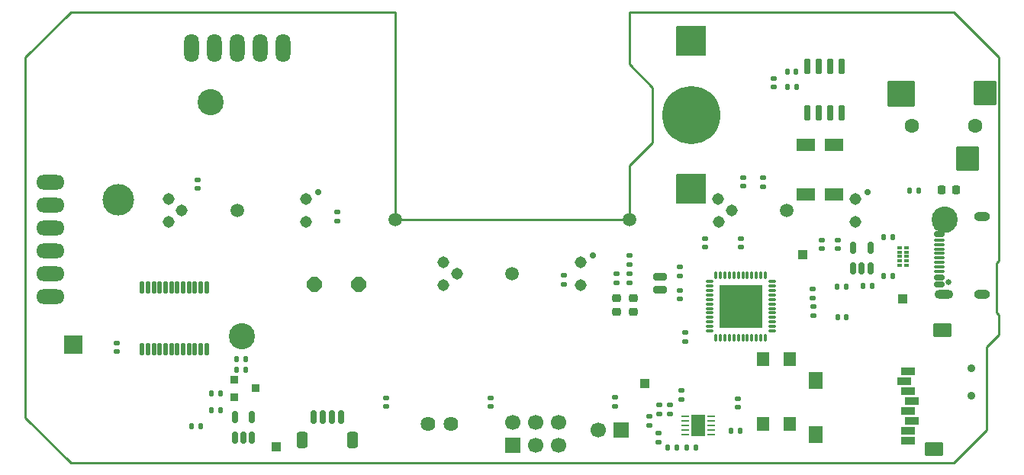
<source format=gbr>
%TF.GenerationSoftware,KiCad,Pcbnew,9.0.2*%
%TF.CreationDate,2025-08-01T16:28:46+01:00*%
%TF.ProjectId,FED3,46454433-2e6b-4696-9361-645f70636258,rev?*%
%TF.SameCoordinates,Original*%
%TF.FileFunction,Soldermask,Top*%
%TF.FilePolarity,Negative*%
%FSLAX46Y46*%
G04 Gerber Fmt 4.6, Leading zero omitted, Abs format (unit mm)*
G04 Created by KiCad (PCBNEW 9.0.2) date 2025-08-01 16:28:46*
%MOMM*%
%LPD*%
G01*
G04 APERTURE LIST*
G04 Aperture macros list*
%AMRoundRect*
0 Rectangle with rounded corners*
0 $1 Rounding radius*
0 $2 $3 $4 $5 $6 $7 $8 $9 X,Y pos of 4 corners*
0 Add a 4 corners polygon primitive as box body*
4,1,4,$2,$3,$4,$5,$6,$7,$8,$9,$2,$3,0*
0 Add four circle primitives for the rounded corners*
1,1,$1+$1,$2,$3*
1,1,$1+$1,$4,$5*
1,1,$1+$1,$6,$7*
1,1,$1+$1,$8,$9*
0 Add four rect primitives between the rounded corners*
20,1,$1+$1,$2,$3,$4,$5,0*
20,1,$1+$1,$4,$5,$6,$7,0*
20,1,$1+$1,$6,$7,$8,$9,0*
20,1,$1+$1,$8,$9,$2,$3,0*%
%AMFreePoly0*
4,1,17,0.351552,0.797921,0.797921,0.351552,0.812800,0.315631,0.812800,-0.315631,0.797921,-0.351552,0.351552,-0.797921,0.315631,-0.812800,-0.315631,-0.812800,-0.351552,-0.797921,-0.797921,-0.351552,-0.812800,-0.315631,-0.812800,0.315631,-0.797921,0.351552,-0.351552,0.797921,-0.315631,0.812800,0.315631,0.812800,0.351552,0.797921,0.351552,0.797921,$1*%
G04 Aperture macros list end*
%ADD10C,3.191057*%
%ADD11RoundRect,0.250000X0.350000X0.650000X-0.350000X0.650000X-0.350000X-0.650000X0.350000X-0.650000X0*%
%ADD12RoundRect,0.150000X0.150000X0.625000X-0.150000X0.625000X-0.150000X-0.625000X0.150000X-0.625000X0*%
%ADD13RoundRect,0.050800X-1.200000X1.275000X-1.200000X-1.275000X1.200000X-1.275000X1.200000X1.275000X0*%
%ADD14RoundRect,0.050800X-1.450000X1.375000X-1.450000X-1.375000X1.450000X-1.375000X1.450000X1.375000X0*%
%ADD15C,1.600000*%
%ADD16O,1.800000X1.000000*%
%ADD17O,2.100000X1.000000*%
%ADD18RoundRect,0.150000X0.425000X-0.150000X0.425000X0.150000X-0.425000X0.150000X-0.425000X-0.150000X0*%
%ADD19RoundRect,0.075000X0.500000X-0.075000X0.500000X0.075000X-0.500000X0.075000X-0.500000X-0.075000X0*%
%ADD20C,0.650000*%
%ADD21C,1.309600*%
%ADD22C,1.500000*%
%ADD23C,0.700000*%
%ADD24C,0.900000*%
%ADD25R,1.580000X2.350000*%
%ADD26RoundRect,0.062500X0.350000X0.062500X-0.350000X0.062500X-0.350000X-0.062500X0.350000X-0.062500X0*%
%ADD27R,1.400000X1.600000*%
%ADD28O,3.149600X1.625600*%
%ADD29R,1.000000X1.000000*%
%ADD30RoundRect,0.140000X-0.170000X0.140000X-0.170000X-0.140000X0.170000X-0.140000X0.170000X0.140000X0*%
%ADD31RoundRect,0.140000X0.170000X-0.140000X0.170000X0.140000X-0.170000X0.140000X-0.170000X-0.140000X0*%
%ADD32RoundRect,0.135000X-0.135000X-0.185000X0.135000X-0.185000X0.135000X0.185000X-0.135000X0.185000X0*%
%ADD33RoundRect,0.200000X-0.550000X0.200000X-0.550000X-0.200000X0.550000X-0.200000X0.550000X0.200000X0*%
%ADD34RoundRect,0.135000X0.135000X0.185000X-0.135000X0.185000X-0.135000X-0.185000X0.135000X-0.185000X0*%
%ADD35RoundRect,0.140000X0.140000X0.170000X-0.140000X0.170000X-0.140000X-0.170000X0.140000X-0.170000X0*%
%ADD36RoundRect,0.050800X1.600000X-1.600000X1.600000X1.600000X-1.600000X1.600000X-1.600000X-1.600000X0*%
%ADD37RoundRect,3.225800X0.000010X-0.000010X0.000010X0.000010X-0.000010X0.000010X-0.000010X-0.000010X0*%
%ADD38RoundRect,0.218750X-0.218750X-0.256250X0.218750X-0.256250X0.218750X0.256250X-0.218750X0.256250X0*%
%ADD39RoundRect,0.218750X-0.256250X0.218750X-0.256250X-0.218750X0.256250X-0.218750X0.256250X0.218750X0*%
%ADD40RoundRect,0.135000X-0.185000X0.135000X-0.185000X-0.135000X0.185000X-0.135000X0.185000X0.135000X0*%
%ADD41RoundRect,0.135000X0.185000X-0.135000X0.185000X0.135000X-0.185000X0.135000X-0.185000X-0.135000X0*%
%ADD42RoundRect,0.050800X-0.400000X0.350000X-0.400000X-0.350000X0.400000X-0.350000X0.400000X0.350000X0*%
%ADD43R,1.700000X1.700000*%
%ADD44C,1.700000*%
%ADD45RoundRect,0.075000X0.200000X-0.075000X0.200000X0.075000X-0.200000X0.075000X-0.200000X-0.075000X0*%
%ADD46RoundRect,0.050800X0.200000X0.600000X-0.200000X0.600000X-0.200000X-0.600000X0.200000X-0.600000X0*%
%ADD47RoundRect,0.050800X-0.950000X0.650000X-0.950000X-0.650000X0.950000X-0.650000X0.950000X0.650000X0*%
%ADD48RoundRect,0.150000X0.150000X-0.512500X0.150000X0.512500X-0.150000X0.512500X-0.150000X-0.512500X0*%
%ADD49RoundRect,0.050800X0.750000X-0.350000X0.750000X0.350000X-0.750000X0.350000X-0.750000X-0.350000X0*%
%ADD50RoundRect,0.050800X0.700000X0.900000X-0.700000X0.900000X-0.700000X-0.900000X0.700000X-0.900000X0*%
%ADD51RoundRect,0.050800X0.950000X-0.700000X0.950000X0.700000X-0.950000X0.700000X-0.950000X-0.700000X0*%
%ADD52RoundRect,0.150000X0.150000X-0.725000X0.150000X0.725000X-0.150000X0.725000X-0.150000X-0.725000X0*%
%ADD53RoundRect,0.050800X-0.375000X-0.125000X0.375000X-0.125000X0.375000X0.125000X-0.375000X0.125000X0*%
%ADD54RoundRect,0.050800X0.125000X-0.375000X0.125000X0.375000X-0.125000X0.375000X-0.125000X-0.375000X0*%
%ADD55RoundRect,0.050800X0.375000X0.125000X-0.375000X0.125000X-0.375000X-0.125000X0.375000X-0.125000X0*%
%ADD56RoundRect,0.050800X-0.125000X0.375000X-0.125000X-0.375000X0.125000X-0.375000X0.125000X0.375000X0*%
%ADD57RoundRect,0.050800X-2.350000X2.350000X-2.350000X-2.350000X2.350000X-2.350000X2.350000X2.350000X0*%
%ADD58RoundRect,0.140000X-0.140000X-0.170000X0.140000X-0.170000X0.140000X0.170000X-0.140000X0.170000X0*%
%ADD59C,1.625600*%
%ADD60C,2.900000*%
%ADD61R,2.000000X2.000000*%
%ADD62C,3.500000*%
%ADD63FreePoly0,180.000000*%
%ADD64O,1.625600X3.149600*%
%TA.AperFunction,Profile*%
%ADD65C,0.250000*%
%TD*%
G04 APERTURE END LIST*
%TO.C,B1*%
D10*
X170010628Y-91395600D02*
G75*
G02*
X166819572Y-91395600I-1595528J0D01*
G01*
X166819572Y-91395600D02*
G75*
G02*
X170010628Y-91395600I1595528J0D01*
G01*
%TD*%
D11*
%TO.C,AUX_I2C0*%
X125200000Y-127500000D03*
X130800000Y-127500000D03*
D12*
X126500000Y-124975000D03*
X127500000Y-124975000D03*
X128500000Y-124975000D03*
X129500000Y-124975000D03*
%TD*%
D13*
%TO.C,EXT0*%
X200944300Y-88939800D03*
D14*
X191644300Y-89039800D03*
D13*
X199044300Y-96289800D03*
D15*
X192844300Y-92614800D03*
X199844300Y-92614800D03*
%TD*%
D16*
%TO.C,J6*%
X200609200Y-102713600D03*
D17*
X196429200Y-102713600D03*
D16*
X200609200Y-111353600D03*
D17*
X196429200Y-111353600D03*
D18*
X195854200Y-110233600D03*
X195854200Y-109433600D03*
D19*
X195854200Y-108783600D03*
X195854200Y-107783600D03*
X195854200Y-106283600D03*
X195854200Y-105283600D03*
D18*
X195854200Y-104633600D03*
X195854200Y-103833600D03*
X195854200Y-103833600D03*
X195854200Y-104633600D03*
D19*
X195854200Y-105783600D03*
X195854200Y-106783600D03*
X195854200Y-107283600D03*
X195854200Y-108283600D03*
D18*
X195854200Y-109433600D03*
X195854200Y-110233600D03*
D20*
X196929200Y-104143600D03*
X196929200Y-109923600D03*
%TD*%
D21*
%TO.C,PI1*%
X171381100Y-100733600D03*
X172851100Y-102003600D03*
X171401100Y-103303600D03*
X186621100Y-103273600D03*
X186601100Y-100763600D03*
D22*
X179001100Y-102003600D03*
D23*
X187951100Y-100003600D03*
%TD*%
D21*
%TO.C,PI2*%
X140881100Y-107733600D03*
X142351100Y-109003600D03*
X140901100Y-110303600D03*
X156121100Y-110273600D03*
X156101100Y-107763600D03*
D22*
X148501100Y-109003600D03*
D23*
X157451100Y-107003600D03*
%TD*%
D21*
%TO.C,PI3*%
X110381100Y-100733600D03*
X111851100Y-102003600D03*
X110401100Y-103303600D03*
X125621100Y-103273600D03*
X125601100Y-100763600D03*
D22*
X118001100Y-102003600D03*
D23*
X126951100Y-100003600D03*
%TD*%
D24*
%TO.C,SW1*%
X199450000Y-122550000D03*
X199450000Y-119550000D03*
%TD*%
D25*
%TO.C,U3*%
X169170600Y-125900000D03*
D26*
X167733100Y-126900000D03*
X167733100Y-126400000D03*
X167733100Y-125900000D03*
X167733100Y-125400000D03*
X167733100Y-124900000D03*
X170608100Y-124900000D03*
X170608100Y-125400000D03*
X170608100Y-125900000D03*
X170608100Y-126400000D03*
X170608100Y-126900000D03*
%TD*%
D27*
%TO.C,SW2*%
X179300000Y-118525000D03*
X179300000Y-125725000D03*
X176300000Y-118525000D03*
X176300000Y-125725000D03*
%TD*%
D28*
%TO.C,SCREEN0*%
X97251100Y-98903600D03*
X97251100Y-101443600D03*
X97251100Y-103983600D03*
X97251100Y-106523600D03*
X97251100Y-109063600D03*
X97251100Y-111603600D03*
%TD*%
D29*
%TO.C,TP4*%
X191800000Y-111850000D03*
%TD*%
D30*
%TO.C,C18*%
X167110000Y-110907500D03*
X167110000Y-111867500D03*
%TD*%
D31*
%TO.C,C17*%
X167100000Y-109252500D03*
X167100000Y-108292500D03*
%TD*%
D32*
%TO.C,R17*%
X167890000Y-128300000D03*
X168910000Y-128300000D03*
%TD*%
D33*
%TO.C,X2*%
X164870000Y-109347500D03*
X164870000Y-110847500D03*
%TD*%
D34*
%TO.C,R24*%
X190756000Y-104927400D03*
X189736000Y-104927400D03*
%TD*%
D32*
%TO.C,R6*%
X179010000Y-88300000D03*
X180030000Y-88300000D03*
%TD*%
D31*
%TO.C,C10*%
X174155500Y-99292400D03*
X174155500Y-98332400D03*
%TD*%
D35*
%TO.C,C1*%
X179980000Y-86600000D03*
X179020000Y-86600000D03*
%TD*%
D36*
%TO.C,B1*%
X168415100Y-83170200D03*
X168415100Y-99621000D03*
D37*
X168415100Y-91395600D03*
%TD*%
D38*
%TO.C,CHG0*%
X196189500Y-99745800D03*
X197764500Y-99745800D03*
%TD*%
D39*
%TO.C,L1*%
X161940000Y-111732500D03*
X161940000Y-113307500D03*
%TD*%
D40*
%TO.C,R5*%
X181900000Y-112690000D03*
X181900000Y-113710000D03*
%TD*%
D41*
%TO.C,R14*%
X167309800Y-123038400D03*
X167309800Y-122018400D03*
%TD*%
D31*
%TO.C,C8*%
X134500000Y-123780000D03*
X134500000Y-122820000D03*
%TD*%
D42*
%TO.C,Q2*%
X117650000Y-120812500D03*
X117650000Y-122712500D03*
X120050000Y-121762500D03*
%TD*%
D43*
%TO.C,J1*%
X148582050Y-128109743D03*
D44*
X148582050Y-125569743D03*
X151122050Y-128109743D03*
X151122050Y-125569743D03*
X153662050Y-128109743D03*
X153662050Y-125569743D03*
%TD*%
D45*
%TO.C,D1*%
X192227200Y-108121200D03*
X192227200Y-107621200D03*
X192227200Y-107121200D03*
X192227200Y-106621200D03*
X192227200Y-106121200D03*
X191457200Y-106121200D03*
X191457200Y-106621200D03*
X191457200Y-107121200D03*
X191457200Y-107621200D03*
X191457200Y-108121200D03*
%TD*%
D31*
%TO.C,C6*%
X159950000Y-123730000D03*
X159950000Y-122770000D03*
%TD*%
D30*
%TO.C,C3*%
X104600000Y-116720000D03*
X104600000Y-117680000D03*
%TD*%
%TO.C,C16*%
X164750000Y-126770000D03*
X164750000Y-127730000D03*
%TD*%
D41*
%TO.C,R12*%
X167670000Y-116535000D03*
X167670000Y-115515000D03*
%TD*%
D46*
%TO.C,IC2*%
X114586100Y-110581600D03*
X113936100Y-110581600D03*
X113286100Y-110581600D03*
X112636100Y-110581600D03*
X111986100Y-110581600D03*
X111336100Y-110581600D03*
X110686100Y-110581600D03*
X110036100Y-110581600D03*
X109386100Y-110581600D03*
X108736100Y-110581600D03*
X108086100Y-110581600D03*
X107436100Y-110581600D03*
X107436100Y-117421600D03*
X108086100Y-117421600D03*
X108736100Y-117421600D03*
X109386100Y-117421600D03*
X110036100Y-117421600D03*
X110686100Y-117421600D03*
X111336100Y-117421600D03*
X111986100Y-117421600D03*
X112636100Y-117421600D03*
X113286100Y-117421600D03*
X113936100Y-117421600D03*
X114586100Y-117421600D03*
%TD*%
D34*
%TO.C,R23*%
X190756000Y-109321600D03*
X189736000Y-109321600D03*
%TD*%
D47*
%TO.C,X1*%
X181039100Y-94741600D03*
X181039100Y-100241600D03*
X184239100Y-100241600D03*
X184239100Y-94741600D03*
%TD*%
D32*
%TO.C,R8*%
X115090000Y-122300000D03*
X116110000Y-122300000D03*
%TD*%
D48*
%TO.C,IC1*%
X117750000Y-127237500D03*
X118700000Y-127237500D03*
X119650000Y-127237500D03*
X119650000Y-124962500D03*
X117750000Y-124962500D03*
%TD*%
D31*
%TO.C,C19*%
X173880000Y-106067500D03*
X173880000Y-105107500D03*
%TD*%
D49*
%TO.C,X4*%
X192410000Y-119900000D03*
X192010000Y-121000000D03*
X192410000Y-122100000D03*
X192810000Y-123200000D03*
X192410000Y-124300000D03*
X192810000Y-125400000D03*
X192410000Y-126500000D03*
X192410000Y-127600000D03*
D50*
X182210000Y-126900000D03*
X182210000Y-120900000D03*
D51*
X195310000Y-128500000D03*
X196210000Y-115300000D03*
%TD*%
D41*
%TO.C,R15*%
X160080000Y-110030000D03*
X160080000Y-109010000D03*
%TD*%
D32*
%TO.C,R11*%
X187390000Y-110400000D03*
X188410000Y-110400000D03*
%TD*%
D29*
%TO.C,TP2*%
X163200000Y-121266000D03*
%TD*%
D39*
%TO.C,L0*%
X160050000Y-111732500D03*
X160050000Y-113307500D03*
%TD*%
D52*
%TO.C,IC4*%
X181242100Y-91176600D03*
X182512100Y-91176600D03*
X183782100Y-91176600D03*
X185052100Y-91176600D03*
X185052100Y-86026600D03*
X183782100Y-86026600D03*
X182512100Y-86026600D03*
X181242100Y-86026600D03*
%TD*%
D31*
%TO.C,C15*%
X184625000Y-106230000D03*
X184625000Y-105270000D03*
%TD*%
%TO.C,C7*%
X146150000Y-123780000D03*
X146150000Y-122820000D03*
%TD*%
D22*
%TO.C,@HOLE2*%
X161501100Y-103003600D03*
%TD*%
D35*
%TO.C,C4*%
X113905000Y-125950000D03*
X112945000Y-125950000D03*
%TD*%
D31*
%TO.C,C12*%
X169880000Y-106067500D03*
X169880000Y-105107500D03*
%TD*%
D34*
%TO.C,R16*%
X166795400Y-128300000D03*
X165775400Y-128300000D03*
%TD*%
D41*
%TO.C,R13*%
X161550000Y-108010000D03*
X161550000Y-106990000D03*
%TD*%
D29*
%TO.C,TP1*%
X180746400Y-106908600D03*
%TD*%
D53*
%TO.C,U1*%
X170375000Y-109887500D03*
X170375000Y-110387500D03*
X170375000Y-110887500D03*
X170375000Y-111387500D03*
X170375000Y-111887500D03*
X170375000Y-112387500D03*
X170375000Y-112887500D03*
X170375000Y-113387500D03*
X170375000Y-113887500D03*
X170375000Y-114387500D03*
X170375000Y-114887500D03*
X170375000Y-115387500D03*
D54*
X171100000Y-116112500D03*
X171600000Y-116112500D03*
X172100000Y-116112500D03*
X172600000Y-116112500D03*
X173100000Y-116112500D03*
X173600000Y-116112500D03*
X174100000Y-116112500D03*
X174600000Y-116112500D03*
X175100000Y-116112500D03*
X175600000Y-116112500D03*
X176100000Y-116112500D03*
X176600000Y-116112500D03*
D55*
X177325000Y-115387500D03*
X177325000Y-114887500D03*
X177325000Y-114387500D03*
X177325000Y-113887500D03*
X177325000Y-113387500D03*
X177325000Y-112887500D03*
X177325000Y-112387500D03*
X177325000Y-111887500D03*
X177325000Y-111387500D03*
X177325000Y-110887500D03*
X177325000Y-110387500D03*
X177325000Y-109887500D03*
D56*
X176600000Y-109162500D03*
X176100000Y-109162500D03*
X175600000Y-109162500D03*
X175100000Y-109162500D03*
X174600000Y-109162500D03*
X174100000Y-109162500D03*
X173600000Y-109162500D03*
X173100000Y-109162500D03*
X172600000Y-109162500D03*
X172100000Y-109162500D03*
X171600000Y-109162500D03*
X171100000Y-109162500D03*
D57*
X173850000Y-112637500D03*
%TD*%
D22*
%TO.C,@HOLE2*%
X135501100Y-103003600D03*
%TD*%
D31*
%TO.C,C2*%
X177500000Y-88280000D03*
X177500000Y-87320000D03*
%TD*%
D58*
%TO.C,C14*%
X184620000Y-113850000D03*
X185580000Y-113850000D03*
%TD*%
D59*
%TO.C,X5*%
X141694300Y-125736400D03*
X139154300Y-125736400D03*
%TD*%
D31*
%TO.C,C13*%
X182825000Y-106280000D03*
X182825000Y-105320000D03*
%TD*%
D34*
%TO.C,R10*%
X193610000Y-99800000D03*
X192590000Y-99800000D03*
%TD*%
D40*
%TO.C,R21*%
X161550000Y-109010000D03*
X161550000Y-110030000D03*
%TD*%
%TO.C,R4*%
X181850000Y-110690000D03*
X181850000Y-111710000D03*
%TD*%
D32*
%TO.C,R9*%
X117890000Y-118550000D03*
X118910000Y-118550000D03*
%TD*%
D60*
%TO.C,@HOLE6*%
X118501100Y-116003600D03*
%TD*%
D41*
%TO.C,R20*%
X163700000Y-125860000D03*
X163700000Y-124840000D03*
%TD*%
%TO.C,R1*%
X129100000Y-103210000D03*
X129100000Y-102190000D03*
%TD*%
%TO.C,R18*%
X164800000Y-124585000D03*
X164800000Y-123565000D03*
%TD*%
%TO.C,R3*%
X176309100Y-99353600D03*
X176309100Y-98333600D03*
%TD*%
D35*
%TO.C,C11*%
X185530000Y-110450000D03*
X184570000Y-110450000D03*
%TD*%
D41*
%TO.C,R19*%
X166000000Y-124585000D03*
X166000000Y-123565000D03*
%TD*%
D61*
%TO.C,TP5*%
X99800000Y-116900000D03*
%TD*%
D62*
%TO.C,@HOLE5*%
X104788100Y-100793600D03*
%TD*%
D63*
%TO.C,BZ1*%
X131459200Y-110180000D03*
X126510000Y-110180000D03*
%TD*%
D64*
%TO.C,MOTOR0*%
X112921100Y-84003600D03*
X115461100Y-84003600D03*
X118001100Y-84003600D03*
X120541100Y-84003600D03*
X123081100Y-84003600D03*
%TD*%
D32*
%TO.C,R22*%
X117880000Y-119700000D03*
X118900000Y-119700000D03*
%TD*%
D29*
%TO.C,TP3*%
X122350000Y-128250000D03*
%TD*%
D58*
%TO.C,C20*%
X172820000Y-126475000D03*
X173780000Y-126475000D03*
%TD*%
D31*
%TO.C,C5*%
X173500000Y-123880000D03*
X173500000Y-122920000D03*
%TD*%
D41*
%TO.C,R2*%
X154200000Y-110210000D03*
X154200000Y-109190000D03*
%TD*%
D30*
%TO.C,C9*%
X113600000Y-98620000D03*
X113600000Y-99580000D03*
%TD*%
D34*
%TO.C,R7*%
X116110000Y-124150000D03*
X115090000Y-124150000D03*
%TD*%
D43*
%TO.C,J2*%
X160550000Y-126400000D03*
D44*
X158010000Y-126400000D03*
%TD*%
D48*
%TO.C,U2*%
X186350000Y-108437500D03*
X187300000Y-108437500D03*
X188250000Y-108437500D03*
X188250000Y-106162500D03*
X186350000Y-106162500D03*
%TD*%
D60*
%TO.C,@HOLE0*%
X115001100Y-90003600D03*
%TD*%
%TO.C,*%
X196501100Y-103003600D03*
%TD*%
D65*
X201101100Y-126403600D02*
X201101100Y-117203600D01*
X161501100Y-103003600D02*
X135501100Y-103003600D01*
X161501100Y-80003600D02*
X161501100Y-85751600D01*
X161501100Y-85751600D02*
X164097100Y-88347600D01*
X99501100Y-80003600D02*
X94501100Y-85003600D01*
X202221100Y-107883600D02*
X202501100Y-107603600D01*
X202501100Y-85003600D02*
X197501100Y-80003600D01*
X202221100Y-113323600D02*
X202221100Y-107883600D01*
X202501100Y-107603600D02*
X202501100Y-85003600D01*
X161501100Y-96983600D02*
X161501100Y-103003600D01*
X202501100Y-113603600D02*
X202221100Y-113323600D01*
X135501100Y-103003600D02*
X135501100Y-80003600D01*
X94501100Y-125003600D02*
X99501100Y-130003600D01*
X164097100Y-88347600D02*
X164097100Y-94443600D01*
X197501100Y-130003600D02*
X201101100Y-126403600D01*
X197501100Y-80003600D02*
X161501100Y-80003600D01*
X202501100Y-115803600D02*
X202501100Y-113603600D01*
X94501100Y-85003600D02*
X94501100Y-125003600D01*
X99501100Y-130003600D02*
X197501100Y-130003600D01*
X164097100Y-94443600D02*
X161501100Y-96983600D01*
X201101100Y-117203600D02*
X202501100Y-115803600D01*
X135501100Y-80003600D02*
X99501100Y-80003600D01*
M02*

</source>
